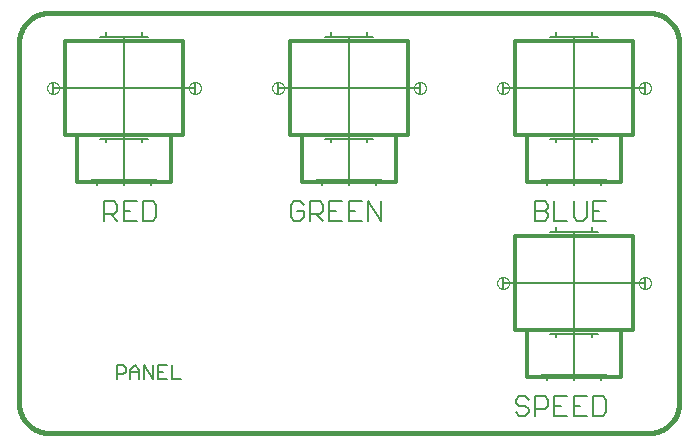
<source format=gto>
G75*
%MOIN*%
%OFA0B0*%
%FSLAX25Y25*%
%IPPOS*%
%LPD*%
%AMOC8*
5,1,8,0,0,1.08239X$1,22.5*
%
%ADD10C,0.01600*%
%ADD11C,0.00600*%
%ADD12C,0.00500*%
%ADD13C,0.01200*%
%ADD14C,0.00000*%
D10*
X0051800Y0036800D02*
X0251800Y0036800D01*
X0252042Y0036803D01*
X0252283Y0036812D01*
X0252524Y0036826D01*
X0252765Y0036847D01*
X0253005Y0036873D01*
X0253245Y0036905D01*
X0253484Y0036943D01*
X0253721Y0036986D01*
X0253958Y0037036D01*
X0254193Y0037091D01*
X0254427Y0037151D01*
X0254659Y0037218D01*
X0254890Y0037289D01*
X0255119Y0037367D01*
X0255346Y0037450D01*
X0255571Y0037538D01*
X0255794Y0037632D01*
X0256014Y0037731D01*
X0256232Y0037836D01*
X0256447Y0037945D01*
X0256660Y0038060D01*
X0256870Y0038180D01*
X0257076Y0038305D01*
X0257280Y0038435D01*
X0257481Y0038570D01*
X0257678Y0038710D01*
X0257872Y0038854D01*
X0258062Y0039003D01*
X0258248Y0039157D01*
X0258431Y0039315D01*
X0258610Y0039477D01*
X0258785Y0039644D01*
X0258956Y0039815D01*
X0259123Y0039990D01*
X0259285Y0040169D01*
X0259443Y0040352D01*
X0259597Y0040538D01*
X0259746Y0040728D01*
X0259890Y0040922D01*
X0260030Y0041119D01*
X0260165Y0041320D01*
X0260295Y0041524D01*
X0260420Y0041730D01*
X0260540Y0041940D01*
X0260655Y0042153D01*
X0260764Y0042368D01*
X0260869Y0042586D01*
X0260968Y0042806D01*
X0261062Y0043029D01*
X0261150Y0043254D01*
X0261233Y0043481D01*
X0261311Y0043710D01*
X0261382Y0043941D01*
X0261449Y0044173D01*
X0261509Y0044407D01*
X0261564Y0044642D01*
X0261614Y0044879D01*
X0261657Y0045116D01*
X0261695Y0045355D01*
X0261727Y0045595D01*
X0261753Y0045835D01*
X0261774Y0046076D01*
X0261788Y0046317D01*
X0261797Y0046558D01*
X0261800Y0046800D01*
X0261800Y0166800D01*
X0261797Y0167042D01*
X0261788Y0167283D01*
X0261774Y0167524D01*
X0261753Y0167765D01*
X0261727Y0168005D01*
X0261695Y0168245D01*
X0261657Y0168484D01*
X0261614Y0168721D01*
X0261564Y0168958D01*
X0261509Y0169193D01*
X0261449Y0169427D01*
X0261382Y0169659D01*
X0261311Y0169890D01*
X0261233Y0170119D01*
X0261150Y0170346D01*
X0261062Y0170571D01*
X0260968Y0170794D01*
X0260869Y0171014D01*
X0260764Y0171232D01*
X0260655Y0171447D01*
X0260540Y0171660D01*
X0260420Y0171870D01*
X0260295Y0172076D01*
X0260165Y0172280D01*
X0260030Y0172481D01*
X0259890Y0172678D01*
X0259746Y0172872D01*
X0259597Y0173062D01*
X0259443Y0173248D01*
X0259285Y0173431D01*
X0259123Y0173610D01*
X0258956Y0173785D01*
X0258785Y0173956D01*
X0258610Y0174123D01*
X0258431Y0174285D01*
X0258248Y0174443D01*
X0258062Y0174597D01*
X0257872Y0174746D01*
X0257678Y0174890D01*
X0257481Y0175030D01*
X0257280Y0175165D01*
X0257076Y0175295D01*
X0256870Y0175420D01*
X0256660Y0175540D01*
X0256447Y0175655D01*
X0256232Y0175764D01*
X0256014Y0175869D01*
X0255794Y0175968D01*
X0255571Y0176062D01*
X0255346Y0176150D01*
X0255119Y0176233D01*
X0254890Y0176311D01*
X0254659Y0176382D01*
X0254427Y0176449D01*
X0254193Y0176509D01*
X0253958Y0176564D01*
X0253721Y0176614D01*
X0253484Y0176657D01*
X0253245Y0176695D01*
X0253005Y0176727D01*
X0252765Y0176753D01*
X0252524Y0176774D01*
X0252283Y0176788D01*
X0252042Y0176797D01*
X0251800Y0176800D01*
X0051800Y0176800D01*
X0051558Y0176797D01*
X0051317Y0176788D01*
X0051076Y0176774D01*
X0050835Y0176753D01*
X0050595Y0176727D01*
X0050355Y0176695D01*
X0050116Y0176657D01*
X0049879Y0176614D01*
X0049642Y0176564D01*
X0049407Y0176509D01*
X0049173Y0176449D01*
X0048941Y0176382D01*
X0048710Y0176311D01*
X0048481Y0176233D01*
X0048254Y0176150D01*
X0048029Y0176062D01*
X0047806Y0175968D01*
X0047586Y0175869D01*
X0047368Y0175764D01*
X0047153Y0175655D01*
X0046940Y0175540D01*
X0046730Y0175420D01*
X0046524Y0175295D01*
X0046320Y0175165D01*
X0046119Y0175030D01*
X0045922Y0174890D01*
X0045728Y0174746D01*
X0045538Y0174597D01*
X0045352Y0174443D01*
X0045169Y0174285D01*
X0044990Y0174123D01*
X0044815Y0173956D01*
X0044644Y0173785D01*
X0044477Y0173610D01*
X0044315Y0173431D01*
X0044157Y0173248D01*
X0044003Y0173062D01*
X0043854Y0172872D01*
X0043710Y0172678D01*
X0043570Y0172481D01*
X0043435Y0172280D01*
X0043305Y0172076D01*
X0043180Y0171870D01*
X0043060Y0171660D01*
X0042945Y0171447D01*
X0042836Y0171232D01*
X0042731Y0171014D01*
X0042632Y0170794D01*
X0042538Y0170571D01*
X0042450Y0170346D01*
X0042367Y0170119D01*
X0042289Y0169890D01*
X0042218Y0169659D01*
X0042151Y0169427D01*
X0042091Y0169193D01*
X0042036Y0168958D01*
X0041986Y0168721D01*
X0041943Y0168484D01*
X0041905Y0168245D01*
X0041873Y0168005D01*
X0041847Y0167765D01*
X0041826Y0167524D01*
X0041812Y0167283D01*
X0041803Y0167042D01*
X0041800Y0166800D01*
X0041800Y0046800D01*
X0041803Y0046558D01*
X0041812Y0046317D01*
X0041826Y0046076D01*
X0041847Y0045835D01*
X0041873Y0045595D01*
X0041905Y0045355D01*
X0041943Y0045116D01*
X0041986Y0044879D01*
X0042036Y0044642D01*
X0042091Y0044407D01*
X0042151Y0044173D01*
X0042218Y0043941D01*
X0042289Y0043710D01*
X0042367Y0043481D01*
X0042450Y0043254D01*
X0042538Y0043029D01*
X0042632Y0042806D01*
X0042731Y0042586D01*
X0042836Y0042368D01*
X0042945Y0042153D01*
X0043060Y0041940D01*
X0043180Y0041730D01*
X0043305Y0041524D01*
X0043435Y0041320D01*
X0043570Y0041119D01*
X0043710Y0040922D01*
X0043854Y0040728D01*
X0044003Y0040538D01*
X0044157Y0040352D01*
X0044315Y0040169D01*
X0044477Y0039990D01*
X0044644Y0039815D01*
X0044815Y0039644D01*
X0044990Y0039477D01*
X0045169Y0039315D01*
X0045352Y0039157D01*
X0045538Y0039003D01*
X0045728Y0038854D01*
X0045922Y0038710D01*
X0046119Y0038570D01*
X0046320Y0038435D01*
X0046524Y0038305D01*
X0046730Y0038180D01*
X0046940Y0038060D01*
X0047153Y0037945D01*
X0047368Y0037836D01*
X0047586Y0037731D01*
X0047806Y0037632D01*
X0048029Y0037538D01*
X0048254Y0037450D01*
X0048481Y0037367D01*
X0048710Y0037289D01*
X0048941Y0037218D01*
X0049173Y0037151D01*
X0049407Y0037091D01*
X0049642Y0037036D01*
X0049879Y0036986D01*
X0050116Y0036943D01*
X0050355Y0036905D01*
X0050595Y0036873D01*
X0050835Y0036847D01*
X0051076Y0036826D01*
X0051317Y0036812D01*
X0051558Y0036803D01*
X0051800Y0036800D01*
D11*
X0070263Y0107600D02*
X0070263Y0114005D01*
X0073466Y0114005D01*
X0074534Y0112938D01*
X0074534Y0110803D01*
X0073466Y0109735D01*
X0070263Y0109735D01*
X0072399Y0109735D02*
X0074534Y0107600D01*
X0076709Y0107600D02*
X0080979Y0107600D01*
X0083154Y0107600D02*
X0086357Y0107600D01*
X0087425Y0108668D01*
X0087425Y0112938D01*
X0086357Y0114005D01*
X0083154Y0114005D01*
X0083154Y0107600D01*
X0078844Y0110803D02*
X0076709Y0110803D01*
X0076709Y0114005D02*
X0076709Y0107600D01*
X0076709Y0114005D02*
X0080979Y0114005D01*
X0132372Y0112938D02*
X0132372Y0108668D01*
X0133440Y0107600D01*
X0135575Y0107600D01*
X0136643Y0108668D01*
X0136643Y0110803D01*
X0134508Y0110803D01*
X0136643Y0112938D02*
X0135575Y0114005D01*
X0133440Y0114005D01*
X0132372Y0112938D01*
X0138818Y0114005D02*
X0138818Y0107600D01*
X0138818Y0109735D02*
X0142021Y0109735D01*
X0143088Y0110803D01*
X0143088Y0112938D01*
X0142021Y0114005D01*
X0138818Y0114005D01*
X0145263Y0114005D02*
X0145263Y0107600D01*
X0149534Y0107600D01*
X0151709Y0107600D02*
X0155979Y0107600D01*
X0158154Y0107600D02*
X0158154Y0114005D01*
X0162425Y0107600D01*
X0162425Y0114005D01*
X0155979Y0114005D02*
X0151709Y0114005D01*
X0151709Y0107600D01*
X0151709Y0110803D02*
X0153844Y0110803D01*
X0149534Y0114005D02*
X0145263Y0114005D01*
X0145263Y0110803D02*
X0147399Y0110803D01*
X0143088Y0107600D02*
X0140953Y0109735D01*
X0213818Y0110803D02*
X0217021Y0110803D01*
X0218088Y0109735D01*
X0218088Y0108668D01*
X0217021Y0107600D01*
X0213818Y0107600D01*
X0213818Y0114005D01*
X0217021Y0114005D01*
X0218088Y0112938D01*
X0218088Y0111870D01*
X0217021Y0110803D01*
X0220263Y0114005D02*
X0220263Y0107600D01*
X0224534Y0107600D01*
X0226709Y0108668D02*
X0227777Y0107600D01*
X0229912Y0107600D01*
X0230979Y0108668D01*
X0230979Y0114005D01*
X0233154Y0114005D02*
X0233154Y0107600D01*
X0237425Y0107600D01*
X0235290Y0110803D02*
X0233154Y0110803D01*
X0233154Y0114005D02*
X0237425Y0114005D01*
X0226709Y0114005D02*
X0226709Y0108668D01*
X0226709Y0049005D02*
X0226709Y0042600D01*
X0230979Y0042600D01*
X0233154Y0042600D02*
X0236357Y0042600D01*
X0237425Y0043668D01*
X0237425Y0047938D01*
X0236357Y0049005D01*
X0233154Y0049005D01*
X0233154Y0042600D01*
X0228844Y0045803D02*
X0226709Y0045803D01*
X0226709Y0049005D02*
X0230979Y0049005D01*
X0224534Y0049005D02*
X0220263Y0049005D01*
X0220263Y0042600D01*
X0224534Y0042600D01*
X0222399Y0045803D02*
X0220263Y0045803D01*
X0218088Y0045803D02*
X0217021Y0044735D01*
X0213818Y0044735D01*
X0213818Y0042600D02*
X0213818Y0049005D01*
X0217021Y0049005D01*
X0218088Y0047938D01*
X0218088Y0045803D01*
X0211643Y0044735D02*
X0211643Y0043668D01*
X0210575Y0042600D01*
X0208440Y0042600D01*
X0207372Y0043668D01*
X0208440Y0045803D02*
X0210575Y0045803D01*
X0211643Y0044735D01*
X0211643Y0047938D02*
X0210575Y0049005D01*
X0208440Y0049005D01*
X0207372Y0047938D01*
X0207372Y0046870D01*
X0208440Y0045803D01*
D12*
X0215776Y0056091D02*
X0217745Y0056091D01*
X0217745Y0054517D01*
X0217745Y0056091D02*
X0226800Y0056091D01*
X0226800Y0054517D01*
X0226800Y0056091D02*
X0235855Y0056091D01*
X0235855Y0054517D01*
X0235855Y0056091D02*
X0237824Y0056091D01*
X0226800Y0056091D02*
X0226800Y0069871D01*
X0232706Y0069871D01*
X0232706Y0068690D01*
X0232706Y0069871D02*
X0234674Y0069871D01*
X0226800Y0069871D02*
X0220894Y0069871D01*
X0220894Y0068690D01*
X0220894Y0069871D02*
X0218926Y0069871D01*
X0226800Y0069871D02*
X0226800Y0086800D01*
X0226800Y0102548D01*
X0226800Y0103729D01*
X0232706Y0103729D01*
X0232706Y0105304D01*
X0232706Y0103729D02*
X0234674Y0103729D01*
X0226800Y0103729D02*
X0220894Y0103729D01*
X0220894Y0105304D01*
X0220894Y0103729D02*
X0218926Y0103729D01*
X0217745Y0119517D02*
X0217745Y0121091D01*
X0226800Y0121091D01*
X0226800Y0119517D01*
X0226800Y0121091D02*
X0235855Y0121091D01*
X0235855Y0119517D01*
X0235855Y0121091D02*
X0237824Y0121091D01*
X0226800Y0121091D02*
X0226800Y0134871D01*
X0232706Y0134871D01*
X0232706Y0133690D01*
X0232706Y0134871D02*
X0234674Y0134871D01*
X0226800Y0134871D02*
X0220894Y0134871D01*
X0220894Y0133690D01*
X0220894Y0134871D02*
X0218926Y0134871D01*
X0226800Y0134871D02*
X0226800Y0151800D01*
X0226800Y0167548D01*
X0226800Y0168729D01*
X0232706Y0168729D01*
X0232706Y0170304D01*
X0232706Y0168729D02*
X0234674Y0168729D01*
X0226800Y0168729D02*
X0220894Y0168729D01*
X0220894Y0170304D01*
X0220894Y0168729D02*
X0218926Y0168729D01*
X0226800Y0151800D02*
X0203178Y0151800D01*
X0203178Y0149831D01*
X0203178Y0151800D02*
X0203178Y0153769D01*
X0226800Y0151800D02*
X0250422Y0151800D01*
X0250422Y0149831D01*
X0250422Y0151800D02*
X0250422Y0153769D01*
X0217745Y0121091D02*
X0215776Y0121091D01*
X0203178Y0088769D02*
X0203178Y0086800D01*
X0203178Y0084831D01*
X0203178Y0086800D02*
X0226800Y0086800D01*
X0250422Y0086800D01*
X0250422Y0084831D01*
X0250422Y0086800D02*
X0250422Y0088769D01*
X0175422Y0149831D02*
X0175422Y0151800D01*
X0175422Y0153769D01*
X0175422Y0151800D02*
X0151800Y0151800D01*
X0151800Y0134871D01*
X0151800Y0121091D01*
X0142745Y0121091D01*
X0142745Y0119517D01*
X0142745Y0121091D02*
X0140776Y0121091D01*
X0151800Y0121091D02*
X0151800Y0119517D01*
X0151800Y0121091D02*
X0160855Y0121091D01*
X0160855Y0119517D01*
X0160855Y0121091D02*
X0162824Y0121091D01*
X0157706Y0133690D02*
X0157706Y0134871D01*
X0151800Y0134871D01*
X0145894Y0134871D01*
X0145894Y0133690D01*
X0145894Y0134871D02*
X0143926Y0134871D01*
X0157706Y0134871D02*
X0159674Y0134871D01*
X0151800Y0151800D02*
X0151800Y0167548D01*
X0151800Y0168729D01*
X0157706Y0168729D01*
X0157706Y0170304D01*
X0157706Y0168729D02*
X0159674Y0168729D01*
X0151800Y0168729D02*
X0145894Y0168729D01*
X0145894Y0170304D01*
X0145894Y0168729D02*
X0143926Y0168729D01*
X0151800Y0151800D02*
X0128178Y0151800D01*
X0128178Y0149831D01*
X0128178Y0151800D02*
X0128178Y0153769D01*
X0100422Y0153769D02*
X0100422Y0151800D01*
X0100422Y0149831D01*
X0100422Y0151800D02*
X0076800Y0151800D01*
X0076800Y0134871D01*
X0076800Y0121091D01*
X0067745Y0121091D01*
X0067745Y0119517D01*
X0067745Y0121091D02*
X0065776Y0121091D01*
X0076800Y0121091D02*
X0076800Y0119517D01*
X0076800Y0121091D02*
X0085855Y0121091D01*
X0085855Y0119517D01*
X0085855Y0121091D02*
X0087824Y0121091D01*
X0082706Y0133690D02*
X0082706Y0134871D01*
X0076800Y0134871D01*
X0070894Y0134871D01*
X0070894Y0133690D01*
X0070894Y0134871D02*
X0068926Y0134871D01*
X0082706Y0134871D02*
X0084674Y0134871D01*
X0076800Y0151800D02*
X0076800Y0167548D01*
X0076800Y0168729D01*
X0082706Y0168729D01*
X0082706Y0170304D01*
X0082706Y0168729D02*
X0084674Y0168729D01*
X0076800Y0168729D02*
X0070894Y0168729D01*
X0070894Y0170304D01*
X0070894Y0168729D02*
X0068926Y0168729D01*
X0076800Y0151800D02*
X0053178Y0151800D01*
X0053178Y0149831D01*
X0053178Y0151800D02*
X0053178Y0153769D01*
X0074330Y0059354D02*
X0076582Y0059354D01*
X0077333Y0058603D01*
X0077333Y0057102D01*
X0076582Y0056351D01*
X0074330Y0056351D01*
X0074330Y0054850D02*
X0074330Y0059354D01*
X0078934Y0057853D02*
X0078934Y0054850D01*
X0078934Y0057102D02*
X0081937Y0057102D01*
X0081937Y0057853D02*
X0081937Y0054850D01*
X0083538Y0054850D02*
X0083538Y0059354D01*
X0086541Y0054850D01*
X0086541Y0059354D01*
X0088142Y0059354D02*
X0088142Y0054850D01*
X0091145Y0054850D01*
X0092746Y0054850D02*
X0095749Y0054850D01*
X0092746Y0054850D02*
X0092746Y0059354D01*
X0091145Y0059354D02*
X0088142Y0059354D01*
X0088142Y0057102D02*
X0089643Y0057102D01*
X0081937Y0057853D02*
X0080436Y0059354D01*
X0078934Y0057853D01*
D13*
X0092548Y0120304D02*
X0061052Y0120304D01*
X0061052Y0136052D01*
X0092548Y0136052D01*
X0092548Y0120304D01*
X0092548Y0136052D02*
X0096485Y0136052D01*
X0096485Y0167548D01*
X0076800Y0167548D01*
X0057115Y0167548D01*
X0057115Y0136052D01*
X0061052Y0136052D01*
X0132115Y0136052D02*
X0136052Y0136052D01*
X0136052Y0120304D01*
X0167548Y0120304D01*
X0167548Y0136052D01*
X0171485Y0136052D01*
X0171485Y0167548D01*
X0151800Y0167548D01*
X0132115Y0167548D01*
X0132115Y0136052D01*
X0136052Y0136052D02*
X0167548Y0136052D01*
X0207115Y0136052D02*
X0207115Y0167548D01*
X0226800Y0167548D01*
X0246485Y0167548D01*
X0246485Y0136052D01*
X0242548Y0136052D01*
X0242548Y0120304D01*
X0211052Y0120304D01*
X0211052Y0136052D01*
X0242548Y0136052D01*
X0211052Y0136052D02*
X0207115Y0136052D01*
X0207115Y0102548D02*
X0207115Y0071052D01*
X0211052Y0071052D01*
X0211052Y0055304D01*
X0242548Y0055304D01*
X0242548Y0071052D01*
X0246485Y0071052D01*
X0246485Y0102548D01*
X0226800Y0102548D01*
X0207115Y0102548D01*
X0211052Y0071052D02*
X0242548Y0071052D01*
D14*
X0248453Y0086800D02*
X0248455Y0086888D01*
X0248461Y0086976D01*
X0248471Y0087064D01*
X0248485Y0087152D01*
X0248502Y0087238D01*
X0248524Y0087324D01*
X0248549Y0087408D01*
X0248579Y0087492D01*
X0248611Y0087574D01*
X0248648Y0087654D01*
X0248688Y0087733D01*
X0248732Y0087810D01*
X0248779Y0087885D01*
X0248829Y0087957D01*
X0248883Y0088028D01*
X0248939Y0088095D01*
X0248999Y0088161D01*
X0249061Y0088223D01*
X0249127Y0088283D01*
X0249194Y0088339D01*
X0249265Y0088393D01*
X0249337Y0088443D01*
X0249412Y0088490D01*
X0249489Y0088534D01*
X0249568Y0088574D01*
X0249648Y0088611D01*
X0249730Y0088643D01*
X0249814Y0088673D01*
X0249898Y0088698D01*
X0249984Y0088720D01*
X0250070Y0088737D01*
X0250158Y0088751D01*
X0250246Y0088761D01*
X0250334Y0088767D01*
X0250422Y0088769D01*
X0250510Y0088767D01*
X0250598Y0088761D01*
X0250686Y0088751D01*
X0250774Y0088737D01*
X0250860Y0088720D01*
X0250946Y0088698D01*
X0251030Y0088673D01*
X0251114Y0088643D01*
X0251196Y0088611D01*
X0251276Y0088574D01*
X0251355Y0088534D01*
X0251432Y0088490D01*
X0251507Y0088443D01*
X0251579Y0088393D01*
X0251650Y0088339D01*
X0251717Y0088283D01*
X0251783Y0088223D01*
X0251845Y0088161D01*
X0251905Y0088095D01*
X0251961Y0088028D01*
X0252015Y0087957D01*
X0252065Y0087885D01*
X0252112Y0087810D01*
X0252156Y0087733D01*
X0252196Y0087654D01*
X0252233Y0087574D01*
X0252265Y0087492D01*
X0252295Y0087408D01*
X0252320Y0087324D01*
X0252342Y0087238D01*
X0252359Y0087152D01*
X0252373Y0087064D01*
X0252383Y0086976D01*
X0252389Y0086888D01*
X0252391Y0086800D01*
X0252389Y0086712D01*
X0252383Y0086624D01*
X0252373Y0086536D01*
X0252359Y0086448D01*
X0252342Y0086362D01*
X0252320Y0086276D01*
X0252295Y0086192D01*
X0252265Y0086108D01*
X0252233Y0086026D01*
X0252196Y0085946D01*
X0252156Y0085867D01*
X0252112Y0085790D01*
X0252065Y0085715D01*
X0252015Y0085643D01*
X0251961Y0085572D01*
X0251905Y0085505D01*
X0251845Y0085439D01*
X0251783Y0085377D01*
X0251717Y0085317D01*
X0251650Y0085261D01*
X0251579Y0085207D01*
X0251507Y0085157D01*
X0251432Y0085110D01*
X0251355Y0085066D01*
X0251276Y0085026D01*
X0251196Y0084989D01*
X0251114Y0084957D01*
X0251030Y0084927D01*
X0250946Y0084902D01*
X0250860Y0084880D01*
X0250774Y0084863D01*
X0250686Y0084849D01*
X0250598Y0084839D01*
X0250510Y0084833D01*
X0250422Y0084831D01*
X0250334Y0084833D01*
X0250246Y0084839D01*
X0250158Y0084849D01*
X0250070Y0084863D01*
X0249984Y0084880D01*
X0249898Y0084902D01*
X0249814Y0084927D01*
X0249730Y0084957D01*
X0249648Y0084989D01*
X0249568Y0085026D01*
X0249489Y0085066D01*
X0249412Y0085110D01*
X0249337Y0085157D01*
X0249265Y0085207D01*
X0249194Y0085261D01*
X0249127Y0085317D01*
X0249061Y0085377D01*
X0248999Y0085439D01*
X0248939Y0085505D01*
X0248883Y0085572D01*
X0248829Y0085643D01*
X0248779Y0085715D01*
X0248732Y0085790D01*
X0248688Y0085867D01*
X0248648Y0085946D01*
X0248611Y0086026D01*
X0248579Y0086108D01*
X0248549Y0086192D01*
X0248524Y0086276D01*
X0248502Y0086362D01*
X0248485Y0086448D01*
X0248471Y0086536D01*
X0248461Y0086624D01*
X0248455Y0086712D01*
X0248453Y0086800D01*
X0201209Y0086800D02*
X0201211Y0086888D01*
X0201217Y0086976D01*
X0201227Y0087064D01*
X0201241Y0087152D01*
X0201258Y0087238D01*
X0201280Y0087324D01*
X0201305Y0087408D01*
X0201335Y0087492D01*
X0201367Y0087574D01*
X0201404Y0087654D01*
X0201444Y0087733D01*
X0201488Y0087810D01*
X0201535Y0087885D01*
X0201585Y0087957D01*
X0201639Y0088028D01*
X0201695Y0088095D01*
X0201755Y0088161D01*
X0201817Y0088223D01*
X0201883Y0088283D01*
X0201950Y0088339D01*
X0202021Y0088393D01*
X0202093Y0088443D01*
X0202168Y0088490D01*
X0202245Y0088534D01*
X0202324Y0088574D01*
X0202404Y0088611D01*
X0202486Y0088643D01*
X0202570Y0088673D01*
X0202654Y0088698D01*
X0202740Y0088720D01*
X0202826Y0088737D01*
X0202914Y0088751D01*
X0203002Y0088761D01*
X0203090Y0088767D01*
X0203178Y0088769D01*
X0203266Y0088767D01*
X0203354Y0088761D01*
X0203442Y0088751D01*
X0203530Y0088737D01*
X0203616Y0088720D01*
X0203702Y0088698D01*
X0203786Y0088673D01*
X0203870Y0088643D01*
X0203952Y0088611D01*
X0204032Y0088574D01*
X0204111Y0088534D01*
X0204188Y0088490D01*
X0204263Y0088443D01*
X0204335Y0088393D01*
X0204406Y0088339D01*
X0204473Y0088283D01*
X0204539Y0088223D01*
X0204601Y0088161D01*
X0204661Y0088095D01*
X0204717Y0088028D01*
X0204771Y0087957D01*
X0204821Y0087885D01*
X0204868Y0087810D01*
X0204912Y0087733D01*
X0204952Y0087654D01*
X0204989Y0087574D01*
X0205021Y0087492D01*
X0205051Y0087408D01*
X0205076Y0087324D01*
X0205098Y0087238D01*
X0205115Y0087152D01*
X0205129Y0087064D01*
X0205139Y0086976D01*
X0205145Y0086888D01*
X0205147Y0086800D01*
X0205145Y0086712D01*
X0205139Y0086624D01*
X0205129Y0086536D01*
X0205115Y0086448D01*
X0205098Y0086362D01*
X0205076Y0086276D01*
X0205051Y0086192D01*
X0205021Y0086108D01*
X0204989Y0086026D01*
X0204952Y0085946D01*
X0204912Y0085867D01*
X0204868Y0085790D01*
X0204821Y0085715D01*
X0204771Y0085643D01*
X0204717Y0085572D01*
X0204661Y0085505D01*
X0204601Y0085439D01*
X0204539Y0085377D01*
X0204473Y0085317D01*
X0204406Y0085261D01*
X0204335Y0085207D01*
X0204263Y0085157D01*
X0204188Y0085110D01*
X0204111Y0085066D01*
X0204032Y0085026D01*
X0203952Y0084989D01*
X0203870Y0084957D01*
X0203786Y0084927D01*
X0203702Y0084902D01*
X0203616Y0084880D01*
X0203530Y0084863D01*
X0203442Y0084849D01*
X0203354Y0084839D01*
X0203266Y0084833D01*
X0203178Y0084831D01*
X0203090Y0084833D01*
X0203002Y0084839D01*
X0202914Y0084849D01*
X0202826Y0084863D01*
X0202740Y0084880D01*
X0202654Y0084902D01*
X0202570Y0084927D01*
X0202486Y0084957D01*
X0202404Y0084989D01*
X0202324Y0085026D01*
X0202245Y0085066D01*
X0202168Y0085110D01*
X0202093Y0085157D01*
X0202021Y0085207D01*
X0201950Y0085261D01*
X0201883Y0085317D01*
X0201817Y0085377D01*
X0201755Y0085439D01*
X0201695Y0085505D01*
X0201639Y0085572D01*
X0201585Y0085643D01*
X0201535Y0085715D01*
X0201488Y0085790D01*
X0201444Y0085867D01*
X0201404Y0085946D01*
X0201367Y0086026D01*
X0201335Y0086108D01*
X0201305Y0086192D01*
X0201280Y0086276D01*
X0201258Y0086362D01*
X0201241Y0086448D01*
X0201227Y0086536D01*
X0201217Y0086624D01*
X0201211Y0086712D01*
X0201209Y0086800D01*
X0201209Y0151800D02*
X0201211Y0151888D01*
X0201217Y0151976D01*
X0201227Y0152064D01*
X0201241Y0152152D01*
X0201258Y0152238D01*
X0201280Y0152324D01*
X0201305Y0152408D01*
X0201335Y0152492D01*
X0201367Y0152574D01*
X0201404Y0152654D01*
X0201444Y0152733D01*
X0201488Y0152810D01*
X0201535Y0152885D01*
X0201585Y0152957D01*
X0201639Y0153028D01*
X0201695Y0153095D01*
X0201755Y0153161D01*
X0201817Y0153223D01*
X0201883Y0153283D01*
X0201950Y0153339D01*
X0202021Y0153393D01*
X0202093Y0153443D01*
X0202168Y0153490D01*
X0202245Y0153534D01*
X0202324Y0153574D01*
X0202404Y0153611D01*
X0202486Y0153643D01*
X0202570Y0153673D01*
X0202654Y0153698D01*
X0202740Y0153720D01*
X0202826Y0153737D01*
X0202914Y0153751D01*
X0203002Y0153761D01*
X0203090Y0153767D01*
X0203178Y0153769D01*
X0203266Y0153767D01*
X0203354Y0153761D01*
X0203442Y0153751D01*
X0203530Y0153737D01*
X0203616Y0153720D01*
X0203702Y0153698D01*
X0203786Y0153673D01*
X0203870Y0153643D01*
X0203952Y0153611D01*
X0204032Y0153574D01*
X0204111Y0153534D01*
X0204188Y0153490D01*
X0204263Y0153443D01*
X0204335Y0153393D01*
X0204406Y0153339D01*
X0204473Y0153283D01*
X0204539Y0153223D01*
X0204601Y0153161D01*
X0204661Y0153095D01*
X0204717Y0153028D01*
X0204771Y0152957D01*
X0204821Y0152885D01*
X0204868Y0152810D01*
X0204912Y0152733D01*
X0204952Y0152654D01*
X0204989Y0152574D01*
X0205021Y0152492D01*
X0205051Y0152408D01*
X0205076Y0152324D01*
X0205098Y0152238D01*
X0205115Y0152152D01*
X0205129Y0152064D01*
X0205139Y0151976D01*
X0205145Y0151888D01*
X0205147Y0151800D01*
X0205145Y0151712D01*
X0205139Y0151624D01*
X0205129Y0151536D01*
X0205115Y0151448D01*
X0205098Y0151362D01*
X0205076Y0151276D01*
X0205051Y0151192D01*
X0205021Y0151108D01*
X0204989Y0151026D01*
X0204952Y0150946D01*
X0204912Y0150867D01*
X0204868Y0150790D01*
X0204821Y0150715D01*
X0204771Y0150643D01*
X0204717Y0150572D01*
X0204661Y0150505D01*
X0204601Y0150439D01*
X0204539Y0150377D01*
X0204473Y0150317D01*
X0204406Y0150261D01*
X0204335Y0150207D01*
X0204263Y0150157D01*
X0204188Y0150110D01*
X0204111Y0150066D01*
X0204032Y0150026D01*
X0203952Y0149989D01*
X0203870Y0149957D01*
X0203786Y0149927D01*
X0203702Y0149902D01*
X0203616Y0149880D01*
X0203530Y0149863D01*
X0203442Y0149849D01*
X0203354Y0149839D01*
X0203266Y0149833D01*
X0203178Y0149831D01*
X0203090Y0149833D01*
X0203002Y0149839D01*
X0202914Y0149849D01*
X0202826Y0149863D01*
X0202740Y0149880D01*
X0202654Y0149902D01*
X0202570Y0149927D01*
X0202486Y0149957D01*
X0202404Y0149989D01*
X0202324Y0150026D01*
X0202245Y0150066D01*
X0202168Y0150110D01*
X0202093Y0150157D01*
X0202021Y0150207D01*
X0201950Y0150261D01*
X0201883Y0150317D01*
X0201817Y0150377D01*
X0201755Y0150439D01*
X0201695Y0150505D01*
X0201639Y0150572D01*
X0201585Y0150643D01*
X0201535Y0150715D01*
X0201488Y0150790D01*
X0201444Y0150867D01*
X0201404Y0150946D01*
X0201367Y0151026D01*
X0201335Y0151108D01*
X0201305Y0151192D01*
X0201280Y0151276D01*
X0201258Y0151362D01*
X0201241Y0151448D01*
X0201227Y0151536D01*
X0201217Y0151624D01*
X0201211Y0151712D01*
X0201209Y0151800D01*
X0173453Y0151800D02*
X0173455Y0151888D01*
X0173461Y0151976D01*
X0173471Y0152064D01*
X0173485Y0152152D01*
X0173502Y0152238D01*
X0173524Y0152324D01*
X0173549Y0152408D01*
X0173579Y0152492D01*
X0173611Y0152574D01*
X0173648Y0152654D01*
X0173688Y0152733D01*
X0173732Y0152810D01*
X0173779Y0152885D01*
X0173829Y0152957D01*
X0173883Y0153028D01*
X0173939Y0153095D01*
X0173999Y0153161D01*
X0174061Y0153223D01*
X0174127Y0153283D01*
X0174194Y0153339D01*
X0174265Y0153393D01*
X0174337Y0153443D01*
X0174412Y0153490D01*
X0174489Y0153534D01*
X0174568Y0153574D01*
X0174648Y0153611D01*
X0174730Y0153643D01*
X0174814Y0153673D01*
X0174898Y0153698D01*
X0174984Y0153720D01*
X0175070Y0153737D01*
X0175158Y0153751D01*
X0175246Y0153761D01*
X0175334Y0153767D01*
X0175422Y0153769D01*
X0175510Y0153767D01*
X0175598Y0153761D01*
X0175686Y0153751D01*
X0175774Y0153737D01*
X0175860Y0153720D01*
X0175946Y0153698D01*
X0176030Y0153673D01*
X0176114Y0153643D01*
X0176196Y0153611D01*
X0176276Y0153574D01*
X0176355Y0153534D01*
X0176432Y0153490D01*
X0176507Y0153443D01*
X0176579Y0153393D01*
X0176650Y0153339D01*
X0176717Y0153283D01*
X0176783Y0153223D01*
X0176845Y0153161D01*
X0176905Y0153095D01*
X0176961Y0153028D01*
X0177015Y0152957D01*
X0177065Y0152885D01*
X0177112Y0152810D01*
X0177156Y0152733D01*
X0177196Y0152654D01*
X0177233Y0152574D01*
X0177265Y0152492D01*
X0177295Y0152408D01*
X0177320Y0152324D01*
X0177342Y0152238D01*
X0177359Y0152152D01*
X0177373Y0152064D01*
X0177383Y0151976D01*
X0177389Y0151888D01*
X0177391Y0151800D01*
X0177389Y0151712D01*
X0177383Y0151624D01*
X0177373Y0151536D01*
X0177359Y0151448D01*
X0177342Y0151362D01*
X0177320Y0151276D01*
X0177295Y0151192D01*
X0177265Y0151108D01*
X0177233Y0151026D01*
X0177196Y0150946D01*
X0177156Y0150867D01*
X0177112Y0150790D01*
X0177065Y0150715D01*
X0177015Y0150643D01*
X0176961Y0150572D01*
X0176905Y0150505D01*
X0176845Y0150439D01*
X0176783Y0150377D01*
X0176717Y0150317D01*
X0176650Y0150261D01*
X0176579Y0150207D01*
X0176507Y0150157D01*
X0176432Y0150110D01*
X0176355Y0150066D01*
X0176276Y0150026D01*
X0176196Y0149989D01*
X0176114Y0149957D01*
X0176030Y0149927D01*
X0175946Y0149902D01*
X0175860Y0149880D01*
X0175774Y0149863D01*
X0175686Y0149849D01*
X0175598Y0149839D01*
X0175510Y0149833D01*
X0175422Y0149831D01*
X0175334Y0149833D01*
X0175246Y0149839D01*
X0175158Y0149849D01*
X0175070Y0149863D01*
X0174984Y0149880D01*
X0174898Y0149902D01*
X0174814Y0149927D01*
X0174730Y0149957D01*
X0174648Y0149989D01*
X0174568Y0150026D01*
X0174489Y0150066D01*
X0174412Y0150110D01*
X0174337Y0150157D01*
X0174265Y0150207D01*
X0174194Y0150261D01*
X0174127Y0150317D01*
X0174061Y0150377D01*
X0173999Y0150439D01*
X0173939Y0150505D01*
X0173883Y0150572D01*
X0173829Y0150643D01*
X0173779Y0150715D01*
X0173732Y0150790D01*
X0173688Y0150867D01*
X0173648Y0150946D01*
X0173611Y0151026D01*
X0173579Y0151108D01*
X0173549Y0151192D01*
X0173524Y0151276D01*
X0173502Y0151362D01*
X0173485Y0151448D01*
X0173471Y0151536D01*
X0173461Y0151624D01*
X0173455Y0151712D01*
X0173453Y0151800D01*
X0126209Y0151800D02*
X0126211Y0151888D01*
X0126217Y0151976D01*
X0126227Y0152064D01*
X0126241Y0152152D01*
X0126258Y0152238D01*
X0126280Y0152324D01*
X0126305Y0152408D01*
X0126335Y0152492D01*
X0126367Y0152574D01*
X0126404Y0152654D01*
X0126444Y0152733D01*
X0126488Y0152810D01*
X0126535Y0152885D01*
X0126585Y0152957D01*
X0126639Y0153028D01*
X0126695Y0153095D01*
X0126755Y0153161D01*
X0126817Y0153223D01*
X0126883Y0153283D01*
X0126950Y0153339D01*
X0127021Y0153393D01*
X0127093Y0153443D01*
X0127168Y0153490D01*
X0127245Y0153534D01*
X0127324Y0153574D01*
X0127404Y0153611D01*
X0127486Y0153643D01*
X0127570Y0153673D01*
X0127654Y0153698D01*
X0127740Y0153720D01*
X0127826Y0153737D01*
X0127914Y0153751D01*
X0128002Y0153761D01*
X0128090Y0153767D01*
X0128178Y0153769D01*
X0128266Y0153767D01*
X0128354Y0153761D01*
X0128442Y0153751D01*
X0128530Y0153737D01*
X0128616Y0153720D01*
X0128702Y0153698D01*
X0128786Y0153673D01*
X0128870Y0153643D01*
X0128952Y0153611D01*
X0129032Y0153574D01*
X0129111Y0153534D01*
X0129188Y0153490D01*
X0129263Y0153443D01*
X0129335Y0153393D01*
X0129406Y0153339D01*
X0129473Y0153283D01*
X0129539Y0153223D01*
X0129601Y0153161D01*
X0129661Y0153095D01*
X0129717Y0153028D01*
X0129771Y0152957D01*
X0129821Y0152885D01*
X0129868Y0152810D01*
X0129912Y0152733D01*
X0129952Y0152654D01*
X0129989Y0152574D01*
X0130021Y0152492D01*
X0130051Y0152408D01*
X0130076Y0152324D01*
X0130098Y0152238D01*
X0130115Y0152152D01*
X0130129Y0152064D01*
X0130139Y0151976D01*
X0130145Y0151888D01*
X0130147Y0151800D01*
X0130145Y0151712D01*
X0130139Y0151624D01*
X0130129Y0151536D01*
X0130115Y0151448D01*
X0130098Y0151362D01*
X0130076Y0151276D01*
X0130051Y0151192D01*
X0130021Y0151108D01*
X0129989Y0151026D01*
X0129952Y0150946D01*
X0129912Y0150867D01*
X0129868Y0150790D01*
X0129821Y0150715D01*
X0129771Y0150643D01*
X0129717Y0150572D01*
X0129661Y0150505D01*
X0129601Y0150439D01*
X0129539Y0150377D01*
X0129473Y0150317D01*
X0129406Y0150261D01*
X0129335Y0150207D01*
X0129263Y0150157D01*
X0129188Y0150110D01*
X0129111Y0150066D01*
X0129032Y0150026D01*
X0128952Y0149989D01*
X0128870Y0149957D01*
X0128786Y0149927D01*
X0128702Y0149902D01*
X0128616Y0149880D01*
X0128530Y0149863D01*
X0128442Y0149849D01*
X0128354Y0149839D01*
X0128266Y0149833D01*
X0128178Y0149831D01*
X0128090Y0149833D01*
X0128002Y0149839D01*
X0127914Y0149849D01*
X0127826Y0149863D01*
X0127740Y0149880D01*
X0127654Y0149902D01*
X0127570Y0149927D01*
X0127486Y0149957D01*
X0127404Y0149989D01*
X0127324Y0150026D01*
X0127245Y0150066D01*
X0127168Y0150110D01*
X0127093Y0150157D01*
X0127021Y0150207D01*
X0126950Y0150261D01*
X0126883Y0150317D01*
X0126817Y0150377D01*
X0126755Y0150439D01*
X0126695Y0150505D01*
X0126639Y0150572D01*
X0126585Y0150643D01*
X0126535Y0150715D01*
X0126488Y0150790D01*
X0126444Y0150867D01*
X0126404Y0150946D01*
X0126367Y0151026D01*
X0126335Y0151108D01*
X0126305Y0151192D01*
X0126280Y0151276D01*
X0126258Y0151362D01*
X0126241Y0151448D01*
X0126227Y0151536D01*
X0126217Y0151624D01*
X0126211Y0151712D01*
X0126209Y0151800D01*
X0098453Y0151800D02*
X0098455Y0151888D01*
X0098461Y0151976D01*
X0098471Y0152064D01*
X0098485Y0152152D01*
X0098502Y0152238D01*
X0098524Y0152324D01*
X0098549Y0152408D01*
X0098579Y0152492D01*
X0098611Y0152574D01*
X0098648Y0152654D01*
X0098688Y0152733D01*
X0098732Y0152810D01*
X0098779Y0152885D01*
X0098829Y0152957D01*
X0098883Y0153028D01*
X0098939Y0153095D01*
X0098999Y0153161D01*
X0099061Y0153223D01*
X0099127Y0153283D01*
X0099194Y0153339D01*
X0099265Y0153393D01*
X0099337Y0153443D01*
X0099412Y0153490D01*
X0099489Y0153534D01*
X0099568Y0153574D01*
X0099648Y0153611D01*
X0099730Y0153643D01*
X0099814Y0153673D01*
X0099898Y0153698D01*
X0099984Y0153720D01*
X0100070Y0153737D01*
X0100158Y0153751D01*
X0100246Y0153761D01*
X0100334Y0153767D01*
X0100422Y0153769D01*
X0100510Y0153767D01*
X0100598Y0153761D01*
X0100686Y0153751D01*
X0100774Y0153737D01*
X0100860Y0153720D01*
X0100946Y0153698D01*
X0101030Y0153673D01*
X0101114Y0153643D01*
X0101196Y0153611D01*
X0101276Y0153574D01*
X0101355Y0153534D01*
X0101432Y0153490D01*
X0101507Y0153443D01*
X0101579Y0153393D01*
X0101650Y0153339D01*
X0101717Y0153283D01*
X0101783Y0153223D01*
X0101845Y0153161D01*
X0101905Y0153095D01*
X0101961Y0153028D01*
X0102015Y0152957D01*
X0102065Y0152885D01*
X0102112Y0152810D01*
X0102156Y0152733D01*
X0102196Y0152654D01*
X0102233Y0152574D01*
X0102265Y0152492D01*
X0102295Y0152408D01*
X0102320Y0152324D01*
X0102342Y0152238D01*
X0102359Y0152152D01*
X0102373Y0152064D01*
X0102383Y0151976D01*
X0102389Y0151888D01*
X0102391Y0151800D01*
X0102389Y0151712D01*
X0102383Y0151624D01*
X0102373Y0151536D01*
X0102359Y0151448D01*
X0102342Y0151362D01*
X0102320Y0151276D01*
X0102295Y0151192D01*
X0102265Y0151108D01*
X0102233Y0151026D01*
X0102196Y0150946D01*
X0102156Y0150867D01*
X0102112Y0150790D01*
X0102065Y0150715D01*
X0102015Y0150643D01*
X0101961Y0150572D01*
X0101905Y0150505D01*
X0101845Y0150439D01*
X0101783Y0150377D01*
X0101717Y0150317D01*
X0101650Y0150261D01*
X0101579Y0150207D01*
X0101507Y0150157D01*
X0101432Y0150110D01*
X0101355Y0150066D01*
X0101276Y0150026D01*
X0101196Y0149989D01*
X0101114Y0149957D01*
X0101030Y0149927D01*
X0100946Y0149902D01*
X0100860Y0149880D01*
X0100774Y0149863D01*
X0100686Y0149849D01*
X0100598Y0149839D01*
X0100510Y0149833D01*
X0100422Y0149831D01*
X0100334Y0149833D01*
X0100246Y0149839D01*
X0100158Y0149849D01*
X0100070Y0149863D01*
X0099984Y0149880D01*
X0099898Y0149902D01*
X0099814Y0149927D01*
X0099730Y0149957D01*
X0099648Y0149989D01*
X0099568Y0150026D01*
X0099489Y0150066D01*
X0099412Y0150110D01*
X0099337Y0150157D01*
X0099265Y0150207D01*
X0099194Y0150261D01*
X0099127Y0150317D01*
X0099061Y0150377D01*
X0098999Y0150439D01*
X0098939Y0150505D01*
X0098883Y0150572D01*
X0098829Y0150643D01*
X0098779Y0150715D01*
X0098732Y0150790D01*
X0098688Y0150867D01*
X0098648Y0150946D01*
X0098611Y0151026D01*
X0098579Y0151108D01*
X0098549Y0151192D01*
X0098524Y0151276D01*
X0098502Y0151362D01*
X0098485Y0151448D01*
X0098471Y0151536D01*
X0098461Y0151624D01*
X0098455Y0151712D01*
X0098453Y0151800D01*
X0051209Y0151800D02*
X0051211Y0151888D01*
X0051217Y0151976D01*
X0051227Y0152064D01*
X0051241Y0152152D01*
X0051258Y0152238D01*
X0051280Y0152324D01*
X0051305Y0152408D01*
X0051335Y0152492D01*
X0051367Y0152574D01*
X0051404Y0152654D01*
X0051444Y0152733D01*
X0051488Y0152810D01*
X0051535Y0152885D01*
X0051585Y0152957D01*
X0051639Y0153028D01*
X0051695Y0153095D01*
X0051755Y0153161D01*
X0051817Y0153223D01*
X0051883Y0153283D01*
X0051950Y0153339D01*
X0052021Y0153393D01*
X0052093Y0153443D01*
X0052168Y0153490D01*
X0052245Y0153534D01*
X0052324Y0153574D01*
X0052404Y0153611D01*
X0052486Y0153643D01*
X0052570Y0153673D01*
X0052654Y0153698D01*
X0052740Y0153720D01*
X0052826Y0153737D01*
X0052914Y0153751D01*
X0053002Y0153761D01*
X0053090Y0153767D01*
X0053178Y0153769D01*
X0053266Y0153767D01*
X0053354Y0153761D01*
X0053442Y0153751D01*
X0053530Y0153737D01*
X0053616Y0153720D01*
X0053702Y0153698D01*
X0053786Y0153673D01*
X0053870Y0153643D01*
X0053952Y0153611D01*
X0054032Y0153574D01*
X0054111Y0153534D01*
X0054188Y0153490D01*
X0054263Y0153443D01*
X0054335Y0153393D01*
X0054406Y0153339D01*
X0054473Y0153283D01*
X0054539Y0153223D01*
X0054601Y0153161D01*
X0054661Y0153095D01*
X0054717Y0153028D01*
X0054771Y0152957D01*
X0054821Y0152885D01*
X0054868Y0152810D01*
X0054912Y0152733D01*
X0054952Y0152654D01*
X0054989Y0152574D01*
X0055021Y0152492D01*
X0055051Y0152408D01*
X0055076Y0152324D01*
X0055098Y0152238D01*
X0055115Y0152152D01*
X0055129Y0152064D01*
X0055139Y0151976D01*
X0055145Y0151888D01*
X0055147Y0151800D01*
X0055145Y0151712D01*
X0055139Y0151624D01*
X0055129Y0151536D01*
X0055115Y0151448D01*
X0055098Y0151362D01*
X0055076Y0151276D01*
X0055051Y0151192D01*
X0055021Y0151108D01*
X0054989Y0151026D01*
X0054952Y0150946D01*
X0054912Y0150867D01*
X0054868Y0150790D01*
X0054821Y0150715D01*
X0054771Y0150643D01*
X0054717Y0150572D01*
X0054661Y0150505D01*
X0054601Y0150439D01*
X0054539Y0150377D01*
X0054473Y0150317D01*
X0054406Y0150261D01*
X0054335Y0150207D01*
X0054263Y0150157D01*
X0054188Y0150110D01*
X0054111Y0150066D01*
X0054032Y0150026D01*
X0053952Y0149989D01*
X0053870Y0149957D01*
X0053786Y0149927D01*
X0053702Y0149902D01*
X0053616Y0149880D01*
X0053530Y0149863D01*
X0053442Y0149849D01*
X0053354Y0149839D01*
X0053266Y0149833D01*
X0053178Y0149831D01*
X0053090Y0149833D01*
X0053002Y0149839D01*
X0052914Y0149849D01*
X0052826Y0149863D01*
X0052740Y0149880D01*
X0052654Y0149902D01*
X0052570Y0149927D01*
X0052486Y0149957D01*
X0052404Y0149989D01*
X0052324Y0150026D01*
X0052245Y0150066D01*
X0052168Y0150110D01*
X0052093Y0150157D01*
X0052021Y0150207D01*
X0051950Y0150261D01*
X0051883Y0150317D01*
X0051817Y0150377D01*
X0051755Y0150439D01*
X0051695Y0150505D01*
X0051639Y0150572D01*
X0051585Y0150643D01*
X0051535Y0150715D01*
X0051488Y0150790D01*
X0051444Y0150867D01*
X0051404Y0150946D01*
X0051367Y0151026D01*
X0051335Y0151108D01*
X0051305Y0151192D01*
X0051280Y0151276D01*
X0051258Y0151362D01*
X0051241Y0151448D01*
X0051227Y0151536D01*
X0051217Y0151624D01*
X0051211Y0151712D01*
X0051209Y0151800D01*
X0248453Y0151800D02*
X0248455Y0151888D01*
X0248461Y0151976D01*
X0248471Y0152064D01*
X0248485Y0152152D01*
X0248502Y0152238D01*
X0248524Y0152324D01*
X0248549Y0152408D01*
X0248579Y0152492D01*
X0248611Y0152574D01*
X0248648Y0152654D01*
X0248688Y0152733D01*
X0248732Y0152810D01*
X0248779Y0152885D01*
X0248829Y0152957D01*
X0248883Y0153028D01*
X0248939Y0153095D01*
X0248999Y0153161D01*
X0249061Y0153223D01*
X0249127Y0153283D01*
X0249194Y0153339D01*
X0249265Y0153393D01*
X0249337Y0153443D01*
X0249412Y0153490D01*
X0249489Y0153534D01*
X0249568Y0153574D01*
X0249648Y0153611D01*
X0249730Y0153643D01*
X0249814Y0153673D01*
X0249898Y0153698D01*
X0249984Y0153720D01*
X0250070Y0153737D01*
X0250158Y0153751D01*
X0250246Y0153761D01*
X0250334Y0153767D01*
X0250422Y0153769D01*
X0250510Y0153767D01*
X0250598Y0153761D01*
X0250686Y0153751D01*
X0250774Y0153737D01*
X0250860Y0153720D01*
X0250946Y0153698D01*
X0251030Y0153673D01*
X0251114Y0153643D01*
X0251196Y0153611D01*
X0251276Y0153574D01*
X0251355Y0153534D01*
X0251432Y0153490D01*
X0251507Y0153443D01*
X0251579Y0153393D01*
X0251650Y0153339D01*
X0251717Y0153283D01*
X0251783Y0153223D01*
X0251845Y0153161D01*
X0251905Y0153095D01*
X0251961Y0153028D01*
X0252015Y0152957D01*
X0252065Y0152885D01*
X0252112Y0152810D01*
X0252156Y0152733D01*
X0252196Y0152654D01*
X0252233Y0152574D01*
X0252265Y0152492D01*
X0252295Y0152408D01*
X0252320Y0152324D01*
X0252342Y0152238D01*
X0252359Y0152152D01*
X0252373Y0152064D01*
X0252383Y0151976D01*
X0252389Y0151888D01*
X0252391Y0151800D01*
X0252389Y0151712D01*
X0252383Y0151624D01*
X0252373Y0151536D01*
X0252359Y0151448D01*
X0252342Y0151362D01*
X0252320Y0151276D01*
X0252295Y0151192D01*
X0252265Y0151108D01*
X0252233Y0151026D01*
X0252196Y0150946D01*
X0252156Y0150867D01*
X0252112Y0150790D01*
X0252065Y0150715D01*
X0252015Y0150643D01*
X0251961Y0150572D01*
X0251905Y0150505D01*
X0251845Y0150439D01*
X0251783Y0150377D01*
X0251717Y0150317D01*
X0251650Y0150261D01*
X0251579Y0150207D01*
X0251507Y0150157D01*
X0251432Y0150110D01*
X0251355Y0150066D01*
X0251276Y0150026D01*
X0251196Y0149989D01*
X0251114Y0149957D01*
X0251030Y0149927D01*
X0250946Y0149902D01*
X0250860Y0149880D01*
X0250774Y0149863D01*
X0250686Y0149849D01*
X0250598Y0149839D01*
X0250510Y0149833D01*
X0250422Y0149831D01*
X0250334Y0149833D01*
X0250246Y0149839D01*
X0250158Y0149849D01*
X0250070Y0149863D01*
X0249984Y0149880D01*
X0249898Y0149902D01*
X0249814Y0149927D01*
X0249730Y0149957D01*
X0249648Y0149989D01*
X0249568Y0150026D01*
X0249489Y0150066D01*
X0249412Y0150110D01*
X0249337Y0150157D01*
X0249265Y0150207D01*
X0249194Y0150261D01*
X0249127Y0150317D01*
X0249061Y0150377D01*
X0248999Y0150439D01*
X0248939Y0150505D01*
X0248883Y0150572D01*
X0248829Y0150643D01*
X0248779Y0150715D01*
X0248732Y0150790D01*
X0248688Y0150867D01*
X0248648Y0150946D01*
X0248611Y0151026D01*
X0248579Y0151108D01*
X0248549Y0151192D01*
X0248524Y0151276D01*
X0248502Y0151362D01*
X0248485Y0151448D01*
X0248471Y0151536D01*
X0248461Y0151624D01*
X0248455Y0151712D01*
X0248453Y0151800D01*
M02*

</source>
